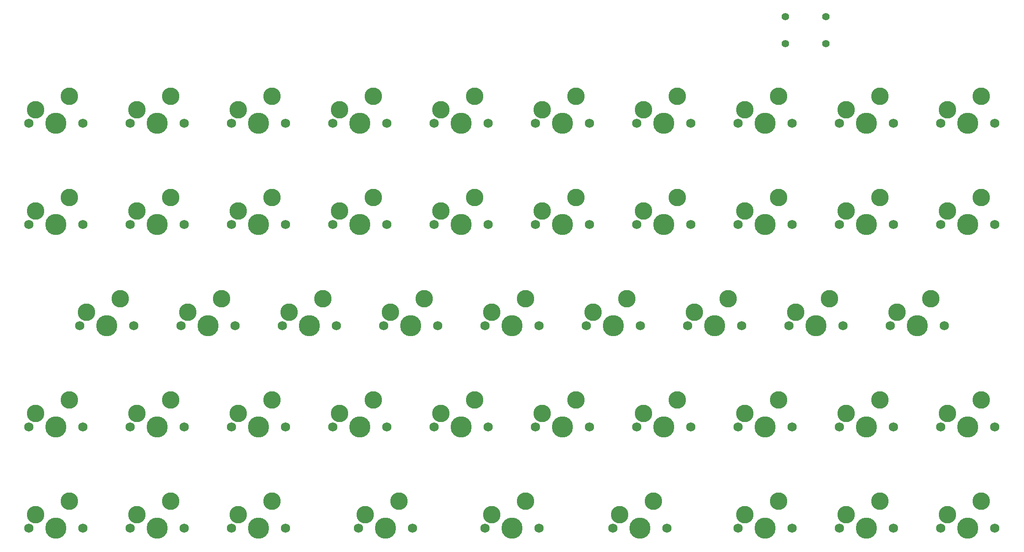
<source format=gbr>
%TF.GenerationSoftware,KiCad,Pcbnew,8.0.6*%
%TF.CreationDate,2024-11-22T09:07:55-07:00*%
%TF.ProjectId,newk-tabesque48,6e65776b-2d74-4616-9265-737175653438,rev?*%
%TF.SameCoordinates,Original*%
%TF.FileFunction,Soldermask,Top*%
%TF.FilePolarity,Negative*%
%FSLAX46Y46*%
G04 Gerber Fmt 4.6, Leading zero omitted, Abs format (unit mm)*
G04 Created by KiCad (PCBNEW 8.0.6) date 2024-11-22 09:07:55*
%MOMM*%
%LPD*%
G01*
G04 APERTURE LIST*
%ADD10C,1.397000*%
%ADD11C,1.750000*%
%ADD12C,3.987800*%
%ADD13C,3.300000*%
G04 APERTURE END LIST*
D10*
%TO.C,SW1*%
X206629000Y-37846000D03*
X214249000Y-37846000D03*
X206629000Y-42926000D03*
X214249000Y-42926000D03*
%TD*%
D11*
%TO.C,MX33*%
X188849000Y-115062000D03*
D12*
X183769000Y-115062000D03*
D11*
X178689000Y-115062000D03*
D13*
X179959000Y-112522000D03*
X186309000Y-109982000D03*
%TD*%
D11*
%TO.C,MX31*%
X226949000Y-115062000D03*
D12*
X221869000Y-115062000D03*
D11*
X216789000Y-115062000D03*
D13*
X218059000Y-112522000D03*
X224409000Y-109982000D03*
%TD*%
D11*
%TO.C,MX44*%
X160274000Y-134112000D03*
D12*
X155194000Y-134112000D03*
D11*
X150114000Y-134112000D03*
D13*
X151384000Y-131572000D03*
X157734000Y-129032000D03*
%TD*%
D11*
%TO.C,MX4*%
X188849000Y-57912000D03*
D12*
X183769000Y-57912000D03*
D11*
X178689000Y-57912000D03*
D13*
X179959000Y-55372000D03*
X186309000Y-52832000D03*
%TD*%
D11*
%TO.C,MX12*%
X226949000Y-76962000D03*
D12*
X221869000Y-76962000D03*
D11*
X216789000Y-76962000D03*
D13*
X218059000Y-74422000D03*
X224409000Y-71882000D03*
%TD*%
D11*
%TO.C,MX37*%
X112649000Y-115062000D03*
D12*
X107569000Y-115062000D03*
D11*
X102489000Y-115062000D03*
D13*
X103759000Y-112522000D03*
X110109000Y-109982000D03*
%TD*%
D11*
%TO.C,MX20*%
X74549000Y-76962000D03*
D12*
X69469000Y-76962000D03*
D11*
X64389000Y-76962000D03*
D13*
X65659000Y-74422000D03*
X72009000Y-71882000D03*
%TD*%
D11*
%TO.C,MX39*%
X74549000Y-115062000D03*
D12*
X69469000Y-115062000D03*
D11*
X64389000Y-115062000D03*
D13*
X65659000Y-112522000D03*
X72009000Y-109982000D03*
%TD*%
D11*
%TO.C,MX3*%
X207899000Y-57912000D03*
D12*
X202819000Y-57912000D03*
D11*
X197739000Y-57912000D03*
D13*
X199009000Y-55372000D03*
X205359000Y-52832000D03*
%TD*%
D11*
%TO.C,MX13*%
X207899000Y-76962000D03*
D12*
X202819000Y-76962000D03*
D11*
X197739000Y-76962000D03*
D13*
X199009000Y-74422000D03*
X205359000Y-71882000D03*
%TD*%
D11*
%TO.C,MX2*%
X226949000Y-57912000D03*
D12*
X221869000Y-57912000D03*
D11*
X216789000Y-57912000D03*
D13*
X218059000Y-55372000D03*
X224409000Y-52832000D03*
%TD*%
D11*
%TO.C,MX7*%
X131699000Y-57912000D03*
D12*
X126619000Y-57912000D03*
D11*
X121539000Y-57912000D03*
D13*
X122809000Y-55372000D03*
X129159000Y-52832000D03*
%TD*%
D11*
%TO.C,MX1*%
X245999000Y-57912000D03*
D12*
X240919000Y-57912000D03*
D11*
X235839000Y-57912000D03*
D13*
X237109000Y-55372000D03*
X243459000Y-52832000D03*
%TD*%
D11*
%TO.C,MX19*%
X93599000Y-76962000D03*
D12*
X88519000Y-76962000D03*
D11*
X83439000Y-76962000D03*
D13*
X84709000Y-74422000D03*
X91059000Y-71882000D03*
%TD*%
D11*
%TO.C,MX40*%
X245999000Y-134112000D03*
D12*
X240919000Y-134112000D03*
D11*
X235839000Y-134112000D03*
D13*
X237109000Y-131572000D03*
X243459000Y-129032000D03*
%TD*%
D11*
%TO.C,MX36*%
X131699000Y-115062000D03*
D12*
X126619000Y-115062000D03*
D11*
X121539000Y-115062000D03*
D13*
X122809000Y-112522000D03*
X129159000Y-109982000D03*
%TD*%
D11*
%TO.C,MX46*%
X112649000Y-134112000D03*
D12*
X107569000Y-134112000D03*
D11*
X102489000Y-134112000D03*
D13*
X103759000Y-131572000D03*
X110109000Y-129032000D03*
%TD*%
D11*
%TO.C,MX16*%
X150749000Y-76962000D03*
D12*
X145669000Y-76962000D03*
D11*
X140589000Y-76962000D03*
D13*
X141859000Y-74422000D03*
X148209000Y-71882000D03*
%TD*%
D11*
%TO.C,MX41*%
X226949000Y-134112000D03*
D12*
X221869000Y-134112000D03*
D11*
X216789000Y-134112000D03*
D13*
X218059000Y-131572000D03*
X224409000Y-129032000D03*
%TD*%
D11*
%TO.C,MX17*%
X131699000Y-76962000D03*
D12*
X126619000Y-76962000D03*
D11*
X121539000Y-76962000D03*
D13*
X122809000Y-74422000D03*
X129159000Y-71882000D03*
%TD*%
D11*
%TO.C,MX9*%
X93599000Y-57912000D03*
D12*
X88519000Y-57912000D03*
D11*
X83439000Y-57912000D03*
D13*
X84709000Y-55372000D03*
X91059000Y-52832000D03*
%TD*%
D11*
%TO.C,MX25*%
X160274000Y-96012000D03*
D12*
X155194000Y-96012000D03*
D11*
X150114000Y-96012000D03*
D13*
X151384000Y-93472000D03*
X157734000Y-90932000D03*
%TD*%
D11*
%TO.C,MX10*%
X74549000Y-57912000D03*
D12*
X69469000Y-57912000D03*
D11*
X64389000Y-57912000D03*
D13*
X65659000Y-55372000D03*
X72009000Y-52832000D03*
%TD*%
D11*
%TO.C,MX5*%
X169799000Y-57912000D03*
D12*
X164719000Y-57912000D03*
D11*
X159639000Y-57912000D03*
D13*
X160909000Y-55372000D03*
X167259000Y-52832000D03*
%TD*%
D11*
%TO.C,MX23*%
X198374000Y-96012000D03*
D12*
X193294000Y-96012000D03*
D11*
X188214000Y-96012000D03*
D13*
X189484000Y-93472000D03*
X195834000Y-90932000D03*
%TD*%
D11*
%TO.C,MX24*%
X179324000Y-96012000D03*
D12*
X174244000Y-96012000D03*
D11*
X169164000Y-96012000D03*
D13*
X170434000Y-93472000D03*
X176784000Y-90932000D03*
%TD*%
D11*
%TO.C,MX27*%
X122174000Y-96012000D03*
D12*
X117094000Y-96012000D03*
D11*
X112014000Y-96012000D03*
D13*
X113284000Y-93472000D03*
X119634000Y-90932000D03*
%TD*%
D11*
%TO.C,MX47*%
X93599000Y-134112000D03*
D12*
X88519000Y-134112000D03*
D11*
X83439000Y-134112000D03*
D13*
X84709000Y-131572000D03*
X91059000Y-129032000D03*
%TD*%
D11*
%TO.C,MX30*%
X245999000Y-115062000D03*
D12*
X240919000Y-115062000D03*
D11*
X235839000Y-115062000D03*
D13*
X237109000Y-112522000D03*
X243459000Y-109982000D03*
%TD*%
D11*
%TO.C,MX14*%
X188849000Y-76962000D03*
D12*
X183769000Y-76962000D03*
D11*
X178689000Y-76962000D03*
D13*
X179959000Y-74422000D03*
X186309000Y-71882000D03*
%TD*%
D11*
%TO.C,MX11*%
X245999000Y-76962000D03*
D12*
X240919000Y-76962000D03*
D11*
X235839000Y-76962000D03*
D13*
X237109000Y-74422000D03*
X243459000Y-71882000D03*
%TD*%
D11*
%TO.C,MX22*%
X217424000Y-96012000D03*
D12*
X212344000Y-96012000D03*
D11*
X207264000Y-96012000D03*
D13*
X208534000Y-93472000D03*
X214884000Y-90932000D03*
%TD*%
D11*
%TO.C,MX15*%
X169799000Y-76962000D03*
D12*
X164719000Y-76962000D03*
D11*
X159639000Y-76962000D03*
D13*
X160909000Y-74422000D03*
X167259000Y-71882000D03*
%TD*%
D11*
%TO.C,MX43*%
X184324000Y-134112000D03*
D12*
X179244000Y-134112000D03*
D11*
X174164000Y-134112000D03*
D13*
X175434000Y-131572000D03*
X181784000Y-129032000D03*
%TD*%
D11*
%TO.C,MX35*%
X150749000Y-115062000D03*
D12*
X145669000Y-115062000D03*
D11*
X140589000Y-115062000D03*
D13*
X141859000Y-112522000D03*
X148209000Y-109982000D03*
%TD*%
D11*
%TO.C,MX29*%
X84074000Y-96012000D03*
D12*
X78994000Y-96012000D03*
D11*
X73914000Y-96012000D03*
D13*
X75184000Y-93472000D03*
X81534000Y-90932000D03*
%TD*%
D11*
%TO.C,MX34*%
X169799000Y-115062000D03*
D12*
X164719000Y-115062000D03*
D11*
X159639000Y-115062000D03*
D13*
X160909000Y-112522000D03*
X167259000Y-109982000D03*
%TD*%
D11*
%TO.C,MX8*%
X112649000Y-57912000D03*
D12*
X107569000Y-57912000D03*
D11*
X102489000Y-57912000D03*
D13*
X103759000Y-55372000D03*
X110109000Y-52832000D03*
%TD*%
D11*
%TO.C,MX26*%
X141224000Y-96012000D03*
D12*
X136144000Y-96012000D03*
D11*
X131064000Y-96012000D03*
D13*
X132334000Y-93472000D03*
X138684000Y-90932000D03*
%TD*%
D11*
%TO.C,MX48*%
X74549000Y-134112000D03*
D12*
X69469000Y-134112000D03*
D11*
X64389000Y-134112000D03*
D13*
X65659000Y-131572000D03*
X72009000Y-129032000D03*
%TD*%
D11*
%TO.C,MX6*%
X150749000Y-57912000D03*
D12*
X145669000Y-57912000D03*
D11*
X140589000Y-57912000D03*
D13*
X141859000Y-55372000D03*
X148209000Y-52832000D03*
%TD*%
D11*
%TO.C,MX28*%
X103124000Y-96012000D03*
D12*
X98044000Y-96012000D03*
D11*
X92964000Y-96012000D03*
D13*
X94234000Y-93472000D03*
X100584000Y-90932000D03*
%TD*%
D11*
%TO.C,MX38*%
X93599000Y-115062000D03*
D12*
X88519000Y-115062000D03*
D11*
X83439000Y-115062000D03*
D13*
X84709000Y-112522000D03*
X91059000Y-109982000D03*
%TD*%
D11*
%TO.C,MX18*%
X112649000Y-76962000D03*
D12*
X107569000Y-76962000D03*
D11*
X102489000Y-76962000D03*
D13*
X103759000Y-74422000D03*
X110109000Y-71882000D03*
%TD*%
D11*
%TO.C,MX45*%
X136461500Y-134112000D03*
D12*
X131381500Y-134112000D03*
D11*
X126301500Y-134112000D03*
D13*
X127571500Y-131572000D03*
X133921500Y-129032000D03*
%TD*%
D11*
%TO.C,MX32*%
X207899000Y-115062000D03*
D12*
X202819000Y-115062000D03*
D11*
X197739000Y-115062000D03*
D13*
X199009000Y-112522000D03*
X205359000Y-109982000D03*
%TD*%
D11*
%TO.C,MX21*%
X236474000Y-96012000D03*
D12*
X231394000Y-96012000D03*
D11*
X226314000Y-96012000D03*
D13*
X227584000Y-93472000D03*
X233934000Y-90932000D03*
%TD*%
D11*
%TO.C,MX42*%
X207899000Y-134112000D03*
D12*
X202819000Y-134112000D03*
D11*
X197739000Y-134112000D03*
D13*
X199009000Y-131572000D03*
X205359000Y-129032000D03*
%TD*%
M02*

</source>
